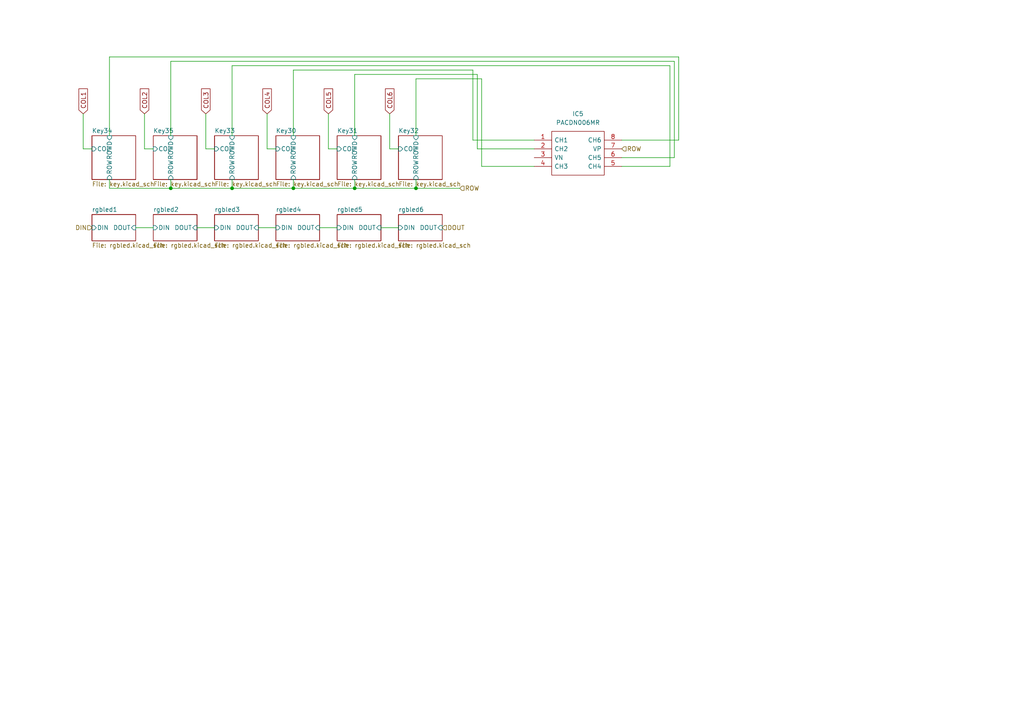
<source format=kicad_sch>
(kicad_sch (version 20211123) (generator eeschema)
  (paper "A4")
  (lib_symbols
    (symbol "SamacSys_Parts:PACDN006MR" (pin_names (offset 0.762))
      (property "Reference" "IC" (at 21.59 7.62 0))
      (property "Value" "PACDN006MR" (at 21.59 5.08 0))
      (symbol "PACDN006MR_0_0"
        (pin passive line (at 0 0 0) (length 5.08) (name "CH1") (number "1"))
        (pin passive line (at 0 -2.54 0) (length 5.08) (name "CH2") (number "2"))
        (pin passive line (at 0 -5.08 0) (length 5.08) (name "VN") (number "3"))
        (pin passive line (at 0 -7.62 0) (length 5.08) (name "CH3") (number "4"))
        (pin passive line (at 25.4 -7.62 180) (length 5.08) (name "CH4") (number "5"))
        (pin passive line (at 25.4 -5.08 180) (length 5.08) (name "CH5") (number "6"))
        (pin passive line (at 25.4 -2.54 180) (length 5.08) (name "VP") (number "7"))
        (pin passive line (at 25.4 0 180) (length 5.08) (name "CH6") (number "8"))
      )
      (symbol "PACDN006MR_0_1"
        (polyline (pts (xy 5.08 2.54) (xy 20.32 2.54) (xy 20.32 -10.16) (xy 5.08 -10.16) (xy 5.08 2.54)) (stroke (width 0.1524)))
      )
    )
  )
  (junction (at 120.65 54.61))
  (junction (at 67.31 54.61))
  (junction (at 85.09 54.61))
  (junction (at 102.87 54.61))
  (junction (at 49.53 54.61))
  (wire (pts (xy 138.43 43.18) (xy 138.43 21.59)))
  (wire (pts (xy 102.87 21.59) (xy 102.87 39.37)))
  (wire (pts (xy 31.75 54.61) (xy 49.53 54.61)))
  (wire (pts (xy 85.09 54.61) (xy 85.09 52.07)))
  (wire (pts (xy 138.43 21.59) (xy 102.87 21.59)))
  (wire (pts (xy 120.65 54.61) (xy 133.35 54.61)))
  (wire (pts (xy 67.31 54.61) (xy 67.31 52.07)))
  (wire (pts (xy 59.69 43.18) (xy 62.23 43.18)))
  (wire (pts (xy 139.7 22.86) (xy 120.65 22.86)))
  (wire (pts (xy 24.13 43.18) (xy 26.67 43.18)))
  (wire (pts (xy 196.85 40.64) (xy 196.85 16.51)))
  (wire (pts (xy 57.15 66.04) (xy 62.23 66.04)))
  (wire (pts (xy 180.34 40.64) (xy 196.85 40.64)))
  (wire (pts (xy 138.43 43.18) (xy 154.94 43.18)))
  (wire (pts (xy 137.16 40.64) (xy 137.16 20.32)))
  (wire (pts (xy 39.37 66.04) (xy 44.45 66.04)))
  (wire (pts (xy 196.85 16.51) (xy 31.75 16.51)))
  (wire (pts (xy 195.58 45.72) (xy 195.58 17.78)))
  (wire (pts (xy 92.71 66.04) (xy 97.79 66.04)))
  (wire (pts (xy 49.53 54.61) (xy 67.31 54.61)))
  (wire (pts (xy 95.25 33.02) (xy 95.25 43.18)))
  (wire (pts (xy 180.34 48.26) (xy 194.31 48.26)))
  (wire (pts (xy 120.65 54.61) (xy 120.65 52.07)))
  (wire (pts (xy 154.94 48.26) (xy 139.7 48.26)))
  (wire (pts (xy 77.47 43.18) (xy 80.01 43.18)))
  (wire (pts (xy 85.09 54.61) (xy 102.87 54.61)))
  (wire (pts (xy 67.31 19.05) (xy 67.31 39.37)))
  (wire (pts (xy 137.16 40.64) (xy 154.94 40.64)))
  (wire (pts (xy 110.49 66.04) (xy 115.57 66.04)))
  (wire (pts (xy 49.53 54.61) (xy 49.53 52.07)))
  (wire (pts (xy 113.03 33.02) (xy 113.03 43.18)))
  (wire (pts (xy 41.91 43.18) (xy 44.45 43.18)))
  (wire (pts (xy 31.75 16.51) (xy 31.75 39.37)))
  (wire (pts (xy 102.87 54.61) (xy 102.87 52.07)))
  (wire (pts (xy 194.31 19.05) (xy 67.31 19.05)))
  (wire (pts (xy 137.16 20.32) (xy 85.09 20.32)))
  (wire (pts (xy 41.91 33.02) (xy 41.91 43.18)))
  (wire (pts (xy 120.65 22.86) (xy 120.65 39.37)))
  (wire (pts (xy 113.03 43.18) (xy 115.57 43.18)))
  (wire (pts (xy 139.7 22.86) (xy 139.7 48.26)))
  (wire (pts (xy 95.25 43.18) (xy 97.79 43.18)))
  (wire (pts (xy 59.69 33.02) (xy 59.69 43.18)))
  (wire (pts (xy 74.93 66.04) (xy 80.01 66.04)))
  (wire (pts (xy 85.09 20.32) (xy 85.09 39.37)))
  (wire (pts (xy 195.58 17.78) (xy 49.53 17.78)))
  (wire (pts (xy 180.34 45.72) (xy 195.58 45.72)))
  (wire (pts (xy 31.75 52.07) (xy 31.75 54.61)))
  (wire (pts (xy 49.53 17.78) (xy 49.53 39.37)))
  (wire (pts (xy 194.31 19.05) (xy 194.31 48.26)))
  (wire (pts (xy 102.87 54.61) (xy 120.65 54.61)))
  (wire (pts (xy 67.31 54.61) (xy 85.09 54.61)))
  (wire (pts (xy 77.47 33.02) (xy 77.47 43.18)))
  (wire (pts (xy 24.13 33.02) (xy 24.13 43.18)))
  (global_label "COL3" (shape input) (at 59.69 33.02 90) (property "Intersheet References" "${INTERSHEET_REFS}" (effects hide)))
  (global_label "COL5" (shape input) (at 95.25 33.02 90) (property "Intersheet References" "${INTERSHEET_REFS}" (effects hide)))
  (global_label "COL2" (shape input) (at 41.91 33.02 90) (property "Intersheet References" "${INTERSHEET_REFS}" (effects hide)))
  (global_label "COL1" (shape input) (at 24.13 33.02 90) (property "Intersheet References" "${INTERSHEET_REFS}" (effects hide)))
  (global_label "COL4" (shape input) (at 77.47 33.02 90) (property "Intersheet References" "${INTERSHEET_REFS}" (effects hide)))
  (global_label "COL6" (shape input) (at 113.03 33.02 90) (property "Intersheet References" "${INTERSHEET_REFS}" (effects hide)))
  (hierarchical_label "ROW" (shape input) (at 180.34 43.18 0))
  (hierarchical_label "DOUT" (shape input) (at 128.27 66.04 0))
  (hierarchical_label "DIN" (shape input) (at 26.67 66.04 180))
  (hierarchical_label "ROW" (shape input) (at 133.35 54.61 0))
  (symbol (lib_id "SamacSys_Parts:PACDN006MR") (at 154.94 40.64 0)
    (property "Reference" "IC5" (at 167.64 33.02 0))
    (property "Value" "PACDN006MR" (at 167.64 35.56 0))
    (property "Footprint" "Stefan:SOP65P490X110-8N-reversible" (effects hide))
    (property "Datasheet" "https://componentsearchengine.com/Datasheets/1/PACDN006MR.pdf" (effects hide))
    (property "Description" "6-Channel ESD Protection Array" (effects hide))
    (property "Height" "1.1" (effects hide))
    (property "Mouser Part Number" "748-PACDN006MR" (effects hide))
    (property "Mouser Price/Stock" "https://www.mouser.com/Search/Refine.aspx?Keyword=748-PACDN006MR" (effects hide))
    (property "Manufacturer_Name" "ON Semiconductor" (effects hide))
    (property "Manufacturer_Part_Number" "PACDN006MR" (effects hide))
  )
  (sheet (at 97.79 62.23) (size 12.7 7.62) (stroke (width 0.1524))
    (property "Sheet name" "rgbled5" (at 97.79 61.5184 0) (effects (justify left bottom)))
    (property "Sheet file" "rgbled.kicad_sch" (at 97.79 70.4346 0) (effects (justify left top)))
    (pin "DIN" input (at 97.79 66.04 180))
    (pin "DOUT" input (at 110.49 66.04 0))
  )
  (sheet (at 26.67 39.37) (size 12.7 12.7) (stroke (width 0.1524))
    (property "Sheet name" "Key34" (at 26.67 38.6584 0) (effects (justify left bottom)))
    (property "Sheet file" "key.kicad_sch" (at 26.67 52.6546 0) (effects (justify left top)))
    (pin "COL" input (at 26.67 43.18 180))
    (pin "ROW" input (at 31.75 52.07 270))
    (pin "ROWD" input (at 31.75 39.37 90))
  )
  (sheet (at 115.57 39.37) (size 12.7 12.7) (stroke (width 0.1524))
    (property "Sheet name" "Key32" (at 115.57 38.6584 0) (effects (justify left bottom)))
    (property "Sheet file" "key.kicad_sch" (at 115.57 52.6546 0) (effects (justify left top)))
    (pin "COL" input (at 115.57 43.18 180))
    (pin "ROW" input (at 120.65 52.07 270))
    (pin "ROWD" input (at 120.65 39.37 90))
  )
  (sheet (at 97.79 39.37) (size 12.7 12.7) (stroke (width 0.1524))
    (property "Sheet name" "Key31" (at 97.79 38.6584 0) (effects (justify left bottom)))
    (property "Sheet file" "key.kicad_sch" (at 97.79 52.6546 0) (effects (justify left top)))
    (pin "COL" input (at 97.79 43.18 180))
    (pin "ROW" input (at 102.87 52.07 270))
    (pin "ROWD" input (at 102.87 39.37 90))
  )
  (sheet (at 62.23 62.23) (size 12.7 7.62) (stroke (width 0.1524))
    (property "Sheet name" "rgbled3" (at 62.23 61.5184 0) (effects (justify left bottom)))
    (property "Sheet file" "rgbled.kicad_sch" (at 62.23 70.4346 0) (effects (justify left top)))
    (pin "DIN" input (at 62.23 66.04 180))
    (pin "DOUT" input (at 74.93 66.04 0))
  )
  (sheet (at 26.67 62.23) (size 12.7 7.62) (stroke (width 0.1524))
    (property "Sheet name" "rgbled1" (at 26.67 61.5184 0) (effects (justify left bottom)))
    (property "Sheet file" "rgbled.kicad_sch" (at 26.67 70.4346 0) (effects (justify left top)))
    (pin "DIN" input (at 26.67 66.04 180))
    (pin "DOUT" input (at 39.37 66.04 0))
  )
  (sheet (at 80.01 62.23) (size 12.7 7.62) (stroke (width 0.1524))
    (property "Sheet name" "rgbled4" (at 80.01 61.5184 0) (effects (justify left bottom)))
    (property "Sheet file" "rgbled.kicad_sch" (at 80.01 70.4346 0) (effects (justify left top)))
    (pin "DIN" input (at 80.01 66.04 180))
    (pin "DOUT" input (at 92.71 66.04 0))
  )
  (sheet (at 62.23 39.37) (size 12.7 12.7) (stroke (width 0.1524))
    (property "Sheet name" "Key33" (at 62.23 38.6584 0) (effects (justify left bottom)))
    (property "Sheet file" "key.kicad_sch" (at 62.23 52.6546 0) (effects (justify left top)))
    (pin "COL" input (at 62.23 43.18 180))
    (pin "ROW" input (at 67.31 52.07 270))
    (pin "ROWD" input (at 67.31 39.37 90))
  )
  (sheet (at 44.45 39.37) (size 12.7 12.7) (stroke (width 0.1524))
    (property "Sheet name" "Key35" (at 44.45 38.6584 0) (effects (justify left bottom)))
    (property "Sheet file" "key.kicad_sch" (at 44.45 52.6546 0) (effects (justify left top)))
    (pin "COL" input (at 44.45 43.18 180))
    (pin "ROW" input (at 49.53 52.07 270))
    (pin "ROWD" input (at 49.53 39.37 90))
  )
  (sheet (at 115.57 62.23) (size 12.7 7.62) (stroke (width 0.1524))
    (property "Sheet name" "rgbled6" (at 115.57 61.5184 0) (effects (justify left bottom)))
    (property "Sheet file" "rgbled.kicad_sch" (at 115.57 70.4346 0) (effects (justify left top)))
    (pin "DIN" input (at 115.57 66.04 180))
    (pin "DOUT" input (at 128.27 66.04 0))
  )
  (sheet (at 80.01 39.37) (size 12.7 12.7) (stroke (width 0.1524))
    (property "Sheet name" "Key30" (at 80.01 38.6584 0) (effects (justify left bottom)))
    (property "Sheet file" "key.kicad_sch" (at 80.01 52.6546 0) (effects (justify left top)))
    (pin "COL" input (at 80.01 43.18 180))
    (pin "ROW" input (at 85.09 52.07 270))
    (pin "ROWD" input (at 85.09 39.37 90))
  )
  (sheet (at 44.45 62.23) (size 12.7 7.62) (stroke (width 0.1524))
    (property "Sheet name" "rgbled2" (at 44.45 61.5184 0) (effects (justify left bottom)))
    (property "Sheet file" "rgbled.kicad_sch" (at 44.45 70.4346 0) (effects (justify left top)))
    (pin "DIN" input (at 44.45 66.04 180))
    (pin "DOUT" input (at 57.15 66.04 0))
  )
)
</source>
